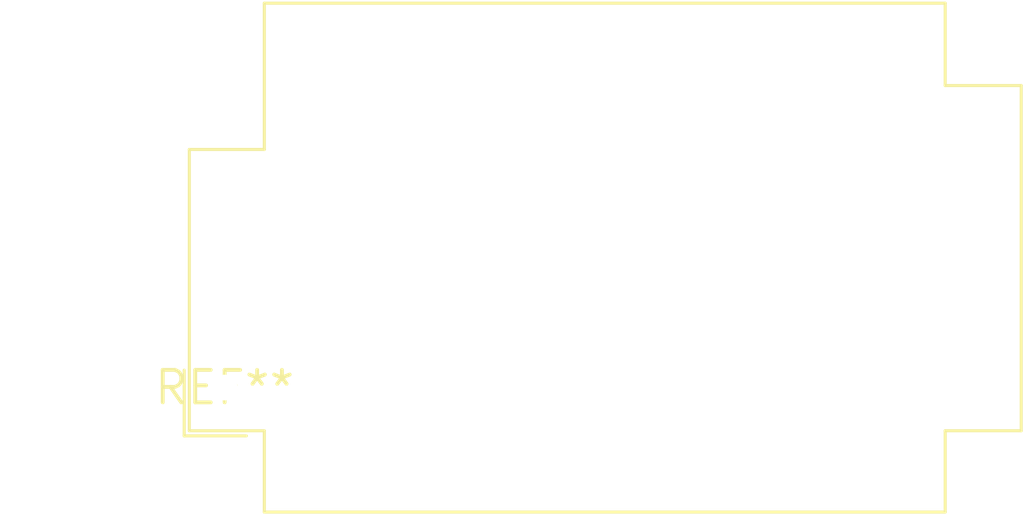
<source format=kicad_pcb>
(kicad_pcb (version 20240108) (generator pcbnew)
  (layers (0 "F.Cu" signal) (31 "B.Cu" signal) (34 "B.Paste" user) (35 "F.Paste" user) (36 "B.SilkS" user "B.Silkscreen") (37 "F.SilkS" user "F.Silkscreen") (38 "B.Mask" user) (39 "F.Mask" user) (44 "Edge.Cuts" user))
  (net 0 "")
  (footprint "Senseair_S8_Down" (layer "F.Cu") (at 0 0)
    (property "Reference" "REF**")
    (property "Value" "Senseair_S8_Down")
    (fp_line (start -1.58 1.89) (end -1.58 -0.68) (layer "F.SilkS") (stroke (width 0.12)))
    (fp_line (start -1.38 -9.31) (end -1.38 1.69) (layer "F.SilkS") (stroke (width 0.12)))
    (fp_line (start 0.85 1.89) (end -1.58 1.89) (layer "F.SilkS") (stroke (width 0.12)))
    (fp_line (start 1.55 -9.31) (end -1.38 -9.31) (layer "F.SilkS") (stroke (width 0.12)))
    (fp_line (start 1.55 -9.31) (end 1.55 -15.03) (layer "F.SilkS") (stroke (width 0.12)))
    (fp_line (start 1.55 1.69) (end -1.38 1.69) (layer "F.SilkS") (stroke (width 0.12)))
    (fp_line (start 1.55 4.87) (end 1.55 1.69) (layer "F.SilkS") (stroke (width 0.12)))
    (fp_line (start 1.55 4.87) (end 28.15 4.87) (layer "F.SilkS") (stroke (width 0.12)))
    (fp_line (start 28.15 -15.03) (end 1.55 -15.03) (layer "F.SilkS") (stroke (width 0.12)))
    (fp_line (start 28.15 -15.03) (end 28.15 -11.81) (layer "F.SilkS") (stroke (width 0.12)))
    (fp_line (start 28.15 1.69) (end 28.15 4.87) (layer "F.SilkS") (stroke (width 0.12)))
    (fp_line (start 31.12 -11.81) (end 28.15 -11.81) (layer "F.SilkS") (stroke (width 0.12)))
    (fp_line (start 31.12 -11.81) (end 31.12 1.69) (layer "F.SilkS") (stroke (width 0.12)))
    (fp_line (start 31.12 1.69) (end 28.15 1.69) (layer "F.SilkS") (stroke (width 0.12)))
    (pad "1" thru_hole rect (at 0 0) (size 1.7 1.7) (drill 1) (layers *.Cu *.Mask) (remove_unused_layers))
    (pad "2" thru_hole circle (at 0 -2.54) (size 1.7 1.7) (drill 1) (layers *.Cu *.Mask) (remove_unused_layers))
    (pad "3" thru_hole circle (at 0 -5.08) (size 1.7 1.7) (drill 1) (layers *.Cu *.Mask) (remove_unused_layers))
    (pad "4" thru_hole circle (at 0 -7.62) (size 1.7 1.7) (drill 1) (layers *.Cu *.Mask) (remove_unused_layers))
    (pad "5" thru_hole circle (at 29.7 -10.16) (size 1.7 1.7) (drill 1) (layers *.Cu *.Mask) (remove_unused_layers))
    (pad "6" thru_hole circle (at 29.7 -7.62) (size 1.7 1.7) (drill 1) (layers *.Cu *.Mask) (remove_unused_layers))
    (pad "7" thru_hole circle (at 29.7 -5.08) (size 1.7 1.7) (drill 1) (layers *.Cu *.Mask) (remove_unused_layers))
    (pad "8" thru_hole circle (at 29.7 -2.54) (size 1.7 1.7) (drill 1) (layers *.Cu *.Mask) (remove_unused_layers))
    (pad "9" thru_hole circle (at 29.7 0) (size 1.7 1.7) (drill 1) (layers *.Cu *.Mask) (remove_unused_layers))
  )
)
</source>
